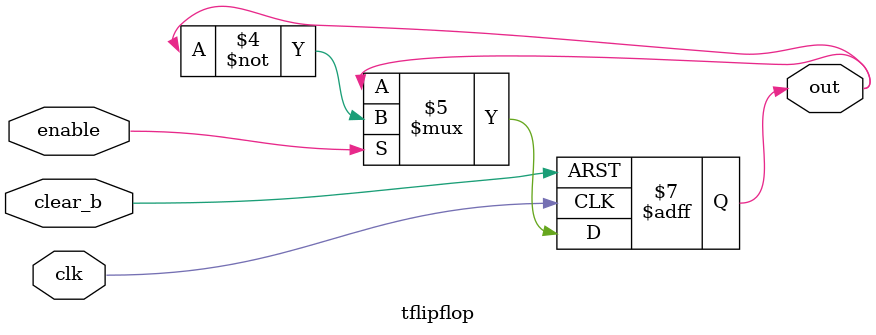
<source format=v>
module counter_eight_bit(enable, clk, clear_b, out);
    input enable, clk, clear_b;
    output [7:0] out;

    wire bit1, bit2, bit3, bit4, bit5, bit6, bit7;
    
    assign bit1 = enable & out[0];
    assign bit2 = bit1 & out[1];
    assign bit3 = bit2 & out[2];
    assign bit4 = bit3 & out[3];
    assign bit5 = bit4 & out[4];
    assign bit6 = bit5 & out[5];
    assign bit7 = bit6 & out[6];

    tflipflop t0(enable, clk, clear_b, out[0]);
    tflipflop t1(bit1, clk, clear_b, out[1]);
    tflipflop t2(bit2, clk, clear_b, out[2]);
    tflipflop t3(bit3, clk, clear_b, out[3]);
    tflipflop t4(bit4, clk, clear_b, out[4]);
    tflipflop t5(bit5, clk, clear_b, out[5]);
    tflipflop t6(bit6, clk, clear_b, out[6]);
    tflipflop t7(bit7, clk, clear_b, out[7]);

endmodule // counter_eight_bit


module tflipflop(enable, clk, clear_b, out);
    input clk, clear_b, enable;
    output out;

    reg out;

    always @(posedge clk, negedge clear_b)
    begin
        if (clear_b == 1'b0)
            out <= 0;
        else if (enable == 1'b1)
            out <= ~out;
    end

endmodule // tflipflop

</source>
